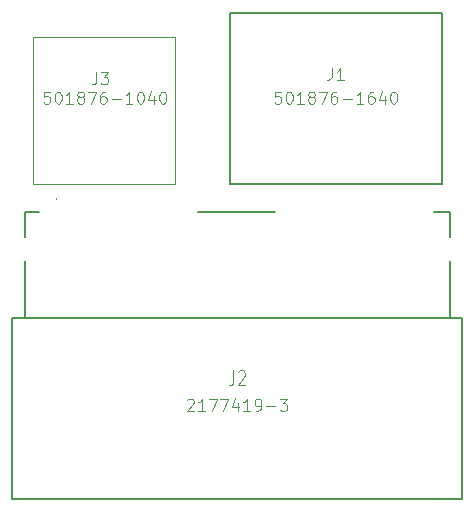
<source format=gto>
G04 #@! TF.GenerationSoftware,KiCad,Pcbnew,9.0.0*
G04 #@! TF.CreationDate,2025-08-24T13:43:37+02:00*
G04 #@! TF.ProjectId,Rivian-A,52697669-616e-42d4-912e-6b696361645f,rev?*
G04 #@! TF.SameCoordinates,Original*
G04 #@! TF.FileFunction,Legend,Top*
G04 #@! TF.FilePolarity,Positive*
%FSLAX46Y46*%
G04 Gerber Fmt 4.6, Leading zero omitted, Abs format (unit mm)*
G04 Created by KiCad (PCBNEW 9.0.0) date 2025-08-24 13:43:37*
%MOMM*%
%LPD*%
G01*
G04 APERTURE LIST*
%ADD10C,0.125000*%
%ADD11C,0.200000*%
%ADD12C,0.100000*%
%ADD13C,1.200000*%
%ADD14R,1.200000X1.350000*%
%ADD15C,1.250000*%
%ADD16R,1.478000X1.478000*%
%ADD17C,1.478000*%
%ADD18C,1.381000*%
%ADD19R,1.381000X1.381000*%
G04 APERTURE END LIST*
D10*
X145216666Y-71456119D02*
X145216666Y-72170404D01*
X145216666Y-72170404D02*
X145169047Y-72313261D01*
X145169047Y-72313261D02*
X145073809Y-72408500D01*
X145073809Y-72408500D02*
X144930952Y-72456119D01*
X144930952Y-72456119D02*
X144835714Y-72456119D01*
X146216666Y-72456119D02*
X145645238Y-72456119D01*
X145930952Y-72456119D02*
X145930952Y-71456119D01*
X145930952Y-71456119D02*
X145835714Y-71598976D01*
X145835714Y-71598976D02*
X145740476Y-71694214D01*
X145740476Y-71694214D02*
X145645238Y-71741833D01*
X140883333Y-73456119D02*
X140407143Y-73456119D01*
X140407143Y-73456119D02*
X140359524Y-73932309D01*
X140359524Y-73932309D02*
X140407143Y-73884690D01*
X140407143Y-73884690D02*
X140502381Y-73837071D01*
X140502381Y-73837071D02*
X140740476Y-73837071D01*
X140740476Y-73837071D02*
X140835714Y-73884690D01*
X140835714Y-73884690D02*
X140883333Y-73932309D01*
X140883333Y-73932309D02*
X140930952Y-74027547D01*
X140930952Y-74027547D02*
X140930952Y-74265642D01*
X140930952Y-74265642D02*
X140883333Y-74360880D01*
X140883333Y-74360880D02*
X140835714Y-74408500D01*
X140835714Y-74408500D02*
X140740476Y-74456119D01*
X140740476Y-74456119D02*
X140502381Y-74456119D01*
X140502381Y-74456119D02*
X140407143Y-74408500D01*
X140407143Y-74408500D02*
X140359524Y-74360880D01*
X141550000Y-73456119D02*
X141645238Y-73456119D01*
X141645238Y-73456119D02*
X141740476Y-73503738D01*
X141740476Y-73503738D02*
X141788095Y-73551357D01*
X141788095Y-73551357D02*
X141835714Y-73646595D01*
X141835714Y-73646595D02*
X141883333Y-73837071D01*
X141883333Y-73837071D02*
X141883333Y-74075166D01*
X141883333Y-74075166D02*
X141835714Y-74265642D01*
X141835714Y-74265642D02*
X141788095Y-74360880D01*
X141788095Y-74360880D02*
X141740476Y-74408500D01*
X141740476Y-74408500D02*
X141645238Y-74456119D01*
X141645238Y-74456119D02*
X141550000Y-74456119D01*
X141550000Y-74456119D02*
X141454762Y-74408500D01*
X141454762Y-74408500D02*
X141407143Y-74360880D01*
X141407143Y-74360880D02*
X141359524Y-74265642D01*
X141359524Y-74265642D02*
X141311905Y-74075166D01*
X141311905Y-74075166D02*
X141311905Y-73837071D01*
X141311905Y-73837071D02*
X141359524Y-73646595D01*
X141359524Y-73646595D02*
X141407143Y-73551357D01*
X141407143Y-73551357D02*
X141454762Y-73503738D01*
X141454762Y-73503738D02*
X141550000Y-73456119D01*
X142835714Y-74456119D02*
X142264286Y-74456119D01*
X142550000Y-74456119D02*
X142550000Y-73456119D01*
X142550000Y-73456119D02*
X142454762Y-73598976D01*
X142454762Y-73598976D02*
X142359524Y-73694214D01*
X142359524Y-73694214D02*
X142264286Y-73741833D01*
X143407143Y-73884690D02*
X143311905Y-73837071D01*
X143311905Y-73837071D02*
X143264286Y-73789452D01*
X143264286Y-73789452D02*
X143216667Y-73694214D01*
X143216667Y-73694214D02*
X143216667Y-73646595D01*
X143216667Y-73646595D02*
X143264286Y-73551357D01*
X143264286Y-73551357D02*
X143311905Y-73503738D01*
X143311905Y-73503738D02*
X143407143Y-73456119D01*
X143407143Y-73456119D02*
X143597619Y-73456119D01*
X143597619Y-73456119D02*
X143692857Y-73503738D01*
X143692857Y-73503738D02*
X143740476Y-73551357D01*
X143740476Y-73551357D02*
X143788095Y-73646595D01*
X143788095Y-73646595D02*
X143788095Y-73694214D01*
X143788095Y-73694214D02*
X143740476Y-73789452D01*
X143740476Y-73789452D02*
X143692857Y-73837071D01*
X143692857Y-73837071D02*
X143597619Y-73884690D01*
X143597619Y-73884690D02*
X143407143Y-73884690D01*
X143407143Y-73884690D02*
X143311905Y-73932309D01*
X143311905Y-73932309D02*
X143264286Y-73979928D01*
X143264286Y-73979928D02*
X143216667Y-74075166D01*
X143216667Y-74075166D02*
X143216667Y-74265642D01*
X143216667Y-74265642D02*
X143264286Y-74360880D01*
X143264286Y-74360880D02*
X143311905Y-74408500D01*
X143311905Y-74408500D02*
X143407143Y-74456119D01*
X143407143Y-74456119D02*
X143597619Y-74456119D01*
X143597619Y-74456119D02*
X143692857Y-74408500D01*
X143692857Y-74408500D02*
X143740476Y-74360880D01*
X143740476Y-74360880D02*
X143788095Y-74265642D01*
X143788095Y-74265642D02*
X143788095Y-74075166D01*
X143788095Y-74075166D02*
X143740476Y-73979928D01*
X143740476Y-73979928D02*
X143692857Y-73932309D01*
X143692857Y-73932309D02*
X143597619Y-73884690D01*
X144121429Y-73456119D02*
X144788095Y-73456119D01*
X144788095Y-73456119D02*
X144359524Y-74456119D01*
X145597619Y-73456119D02*
X145407143Y-73456119D01*
X145407143Y-73456119D02*
X145311905Y-73503738D01*
X145311905Y-73503738D02*
X145264286Y-73551357D01*
X145264286Y-73551357D02*
X145169048Y-73694214D01*
X145169048Y-73694214D02*
X145121429Y-73884690D01*
X145121429Y-73884690D02*
X145121429Y-74265642D01*
X145121429Y-74265642D02*
X145169048Y-74360880D01*
X145169048Y-74360880D02*
X145216667Y-74408500D01*
X145216667Y-74408500D02*
X145311905Y-74456119D01*
X145311905Y-74456119D02*
X145502381Y-74456119D01*
X145502381Y-74456119D02*
X145597619Y-74408500D01*
X145597619Y-74408500D02*
X145645238Y-74360880D01*
X145645238Y-74360880D02*
X145692857Y-74265642D01*
X145692857Y-74265642D02*
X145692857Y-74027547D01*
X145692857Y-74027547D02*
X145645238Y-73932309D01*
X145645238Y-73932309D02*
X145597619Y-73884690D01*
X145597619Y-73884690D02*
X145502381Y-73837071D01*
X145502381Y-73837071D02*
X145311905Y-73837071D01*
X145311905Y-73837071D02*
X145216667Y-73884690D01*
X145216667Y-73884690D02*
X145169048Y-73932309D01*
X145169048Y-73932309D02*
X145121429Y-74027547D01*
X146121429Y-74075166D02*
X146883334Y-74075166D01*
X147883333Y-74456119D02*
X147311905Y-74456119D01*
X147597619Y-74456119D02*
X147597619Y-73456119D01*
X147597619Y-73456119D02*
X147502381Y-73598976D01*
X147502381Y-73598976D02*
X147407143Y-73694214D01*
X147407143Y-73694214D02*
X147311905Y-73741833D01*
X148740476Y-73456119D02*
X148550000Y-73456119D01*
X148550000Y-73456119D02*
X148454762Y-73503738D01*
X148454762Y-73503738D02*
X148407143Y-73551357D01*
X148407143Y-73551357D02*
X148311905Y-73694214D01*
X148311905Y-73694214D02*
X148264286Y-73884690D01*
X148264286Y-73884690D02*
X148264286Y-74265642D01*
X148264286Y-74265642D02*
X148311905Y-74360880D01*
X148311905Y-74360880D02*
X148359524Y-74408500D01*
X148359524Y-74408500D02*
X148454762Y-74456119D01*
X148454762Y-74456119D02*
X148645238Y-74456119D01*
X148645238Y-74456119D02*
X148740476Y-74408500D01*
X148740476Y-74408500D02*
X148788095Y-74360880D01*
X148788095Y-74360880D02*
X148835714Y-74265642D01*
X148835714Y-74265642D02*
X148835714Y-74027547D01*
X148835714Y-74027547D02*
X148788095Y-73932309D01*
X148788095Y-73932309D02*
X148740476Y-73884690D01*
X148740476Y-73884690D02*
X148645238Y-73837071D01*
X148645238Y-73837071D02*
X148454762Y-73837071D01*
X148454762Y-73837071D02*
X148359524Y-73884690D01*
X148359524Y-73884690D02*
X148311905Y-73932309D01*
X148311905Y-73932309D02*
X148264286Y-74027547D01*
X149692857Y-73789452D02*
X149692857Y-74456119D01*
X149454762Y-73408500D02*
X149216667Y-74122785D01*
X149216667Y-74122785D02*
X149835714Y-74122785D01*
X150407143Y-73456119D02*
X150502381Y-73456119D01*
X150502381Y-73456119D02*
X150597619Y-73503738D01*
X150597619Y-73503738D02*
X150645238Y-73551357D01*
X150645238Y-73551357D02*
X150692857Y-73646595D01*
X150692857Y-73646595D02*
X150740476Y-73837071D01*
X150740476Y-73837071D02*
X150740476Y-74075166D01*
X150740476Y-74075166D02*
X150692857Y-74265642D01*
X150692857Y-74265642D02*
X150645238Y-74360880D01*
X150645238Y-74360880D02*
X150597619Y-74408500D01*
X150597619Y-74408500D02*
X150502381Y-74456119D01*
X150502381Y-74456119D02*
X150407143Y-74456119D01*
X150407143Y-74456119D02*
X150311905Y-74408500D01*
X150311905Y-74408500D02*
X150264286Y-74360880D01*
X150264286Y-74360880D02*
X150216667Y-74265642D01*
X150216667Y-74265642D02*
X150169048Y-74075166D01*
X150169048Y-74075166D02*
X150169048Y-73837071D01*
X150169048Y-73837071D02*
X150216667Y-73646595D01*
X150216667Y-73646595D02*
X150264286Y-73551357D01*
X150264286Y-73551357D02*
X150311905Y-73503738D01*
X150311905Y-73503738D02*
X150407143Y-73456119D01*
X136866666Y-97031026D02*
X136866666Y-97938169D01*
X136866666Y-97938169D02*
X136819047Y-98119597D01*
X136819047Y-98119597D02*
X136723809Y-98240550D01*
X136723809Y-98240550D02*
X136580952Y-98301026D01*
X136580952Y-98301026D02*
X136485714Y-98301026D01*
X137295238Y-97151978D02*
X137342857Y-97091502D01*
X137342857Y-97091502D02*
X137438095Y-97031026D01*
X137438095Y-97031026D02*
X137676190Y-97031026D01*
X137676190Y-97031026D02*
X137771428Y-97091502D01*
X137771428Y-97091502D02*
X137819047Y-97151978D01*
X137819047Y-97151978D02*
X137866666Y-97272930D01*
X137866666Y-97272930D02*
X137866666Y-97393883D01*
X137866666Y-97393883D02*
X137819047Y-97575311D01*
X137819047Y-97575311D02*
X137247619Y-98301026D01*
X137247619Y-98301026D02*
X137866666Y-98301026D01*
X132961905Y-99551357D02*
X133009524Y-99503738D01*
X133009524Y-99503738D02*
X133104762Y-99456119D01*
X133104762Y-99456119D02*
X133342857Y-99456119D01*
X133342857Y-99456119D02*
X133438095Y-99503738D01*
X133438095Y-99503738D02*
X133485714Y-99551357D01*
X133485714Y-99551357D02*
X133533333Y-99646595D01*
X133533333Y-99646595D02*
X133533333Y-99741833D01*
X133533333Y-99741833D02*
X133485714Y-99884690D01*
X133485714Y-99884690D02*
X132914286Y-100456119D01*
X132914286Y-100456119D02*
X133533333Y-100456119D01*
X134485714Y-100456119D02*
X133914286Y-100456119D01*
X134200000Y-100456119D02*
X134200000Y-99456119D01*
X134200000Y-99456119D02*
X134104762Y-99598976D01*
X134104762Y-99598976D02*
X134009524Y-99694214D01*
X134009524Y-99694214D02*
X133914286Y-99741833D01*
X134819048Y-99456119D02*
X135485714Y-99456119D01*
X135485714Y-99456119D02*
X135057143Y-100456119D01*
X135771429Y-99456119D02*
X136438095Y-99456119D01*
X136438095Y-99456119D02*
X136009524Y-100456119D01*
X137247619Y-99789452D02*
X137247619Y-100456119D01*
X137009524Y-99408500D02*
X136771429Y-100122785D01*
X136771429Y-100122785D02*
X137390476Y-100122785D01*
X138295238Y-100456119D02*
X137723810Y-100456119D01*
X138009524Y-100456119D02*
X138009524Y-99456119D01*
X138009524Y-99456119D02*
X137914286Y-99598976D01*
X137914286Y-99598976D02*
X137819048Y-99694214D01*
X137819048Y-99694214D02*
X137723810Y-99741833D01*
X138771429Y-100456119D02*
X138961905Y-100456119D01*
X138961905Y-100456119D02*
X139057143Y-100408500D01*
X139057143Y-100408500D02*
X139104762Y-100360880D01*
X139104762Y-100360880D02*
X139200000Y-100218023D01*
X139200000Y-100218023D02*
X139247619Y-100027547D01*
X139247619Y-100027547D02*
X139247619Y-99646595D01*
X139247619Y-99646595D02*
X139200000Y-99551357D01*
X139200000Y-99551357D02*
X139152381Y-99503738D01*
X139152381Y-99503738D02*
X139057143Y-99456119D01*
X139057143Y-99456119D02*
X138866667Y-99456119D01*
X138866667Y-99456119D02*
X138771429Y-99503738D01*
X138771429Y-99503738D02*
X138723810Y-99551357D01*
X138723810Y-99551357D02*
X138676191Y-99646595D01*
X138676191Y-99646595D02*
X138676191Y-99884690D01*
X138676191Y-99884690D02*
X138723810Y-99979928D01*
X138723810Y-99979928D02*
X138771429Y-100027547D01*
X138771429Y-100027547D02*
X138866667Y-100075166D01*
X138866667Y-100075166D02*
X139057143Y-100075166D01*
X139057143Y-100075166D02*
X139152381Y-100027547D01*
X139152381Y-100027547D02*
X139200000Y-99979928D01*
X139200000Y-99979928D02*
X139247619Y-99884690D01*
X139676191Y-100075166D02*
X140438096Y-100075166D01*
X140819048Y-99456119D02*
X141438095Y-99456119D01*
X141438095Y-99456119D02*
X141104762Y-99837071D01*
X141104762Y-99837071D02*
X141247619Y-99837071D01*
X141247619Y-99837071D02*
X141342857Y-99884690D01*
X141342857Y-99884690D02*
X141390476Y-99932309D01*
X141390476Y-99932309D02*
X141438095Y-100027547D01*
X141438095Y-100027547D02*
X141438095Y-100265642D01*
X141438095Y-100265642D02*
X141390476Y-100360880D01*
X141390476Y-100360880D02*
X141342857Y-100408500D01*
X141342857Y-100408500D02*
X141247619Y-100456119D01*
X141247619Y-100456119D02*
X140961905Y-100456119D01*
X140961905Y-100456119D02*
X140866667Y-100408500D01*
X140866667Y-100408500D02*
X140819048Y-100360880D01*
X125266666Y-71802119D02*
X125266666Y-72516404D01*
X125266666Y-72516404D02*
X125219047Y-72659261D01*
X125219047Y-72659261D02*
X125123809Y-72754500D01*
X125123809Y-72754500D02*
X124980952Y-72802119D01*
X124980952Y-72802119D02*
X124885714Y-72802119D01*
X125647619Y-71802119D02*
X126266666Y-71802119D01*
X126266666Y-71802119D02*
X125933333Y-72183071D01*
X125933333Y-72183071D02*
X126076190Y-72183071D01*
X126076190Y-72183071D02*
X126171428Y-72230690D01*
X126171428Y-72230690D02*
X126219047Y-72278309D01*
X126219047Y-72278309D02*
X126266666Y-72373547D01*
X126266666Y-72373547D02*
X126266666Y-72611642D01*
X126266666Y-72611642D02*
X126219047Y-72706880D01*
X126219047Y-72706880D02*
X126171428Y-72754500D01*
X126171428Y-72754500D02*
X126076190Y-72802119D01*
X126076190Y-72802119D02*
X125790476Y-72802119D01*
X125790476Y-72802119D02*
X125695238Y-72754500D01*
X125695238Y-72754500D02*
X125647619Y-72706880D01*
X121333333Y-73456119D02*
X120857143Y-73456119D01*
X120857143Y-73456119D02*
X120809524Y-73932309D01*
X120809524Y-73932309D02*
X120857143Y-73884690D01*
X120857143Y-73884690D02*
X120952381Y-73837071D01*
X120952381Y-73837071D02*
X121190476Y-73837071D01*
X121190476Y-73837071D02*
X121285714Y-73884690D01*
X121285714Y-73884690D02*
X121333333Y-73932309D01*
X121333333Y-73932309D02*
X121380952Y-74027547D01*
X121380952Y-74027547D02*
X121380952Y-74265642D01*
X121380952Y-74265642D02*
X121333333Y-74360880D01*
X121333333Y-74360880D02*
X121285714Y-74408500D01*
X121285714Y-74408500D02*
X121190476Y-74456119D01*
X121190476Y-74456119D02*
X120952381Y-74456119D01*
X120952381Y-74456119D02*
X120857143Y-74408500D01*
X120857143Y-74408500D02*
X120809524Y-74360880D01*
X122000000Y-73456119D02*
X122095238Y-73456119D01*
X122095238Y-73456119D02*
X122190476Y-73503738D01*
X122190476Y-73503738D02*
X122238095Y-73551357D01*
X122238095Y-73551357D02*
X122285714Y-73646595D01*
X122285714Y-73646595D02*
X122333333Y-73837071D01*
X122333333Y-73837071D02*
X122333333Y-74075166D01*
X122333333Y-74075166D02*
X122285714Y-74265642D01*
X122285714Y-74265642D02*
X122238095Y-74360880D01*
X122238095Y-74360880D02*
X122190476Y-74408500D01*
X122190476Y-74408500D02*
X122095238Y-74456119D01*
X122095238Y-74456119D02*
X122000000Y-74456119D01*
X122000000Y-74456119D02*
X121904762Y-74408500D01*
X121904762Y-74408500D02*
X121857143Y-74360880D01*
X121857143Y-74360880D02*
X121809524Y-74265642D01*
X121809524Y-74265642D02*
X121761905Y-74075166D01*
X121761905Y-74075166D02*
X121761905Y-73837071D01*
X121761905Y-73837071D02*
X121809524Y-73646595D01*
X121809524Y-73646595D02*
X121857143Y-73551357D01*
X121857143Y-73551357D02*
X121904762Y-73503738D01*
X121904762Y-73503738D02*
X122000000Y-73456119D01*
X123285714Y-74456119D02*
X122714286Y-74456119D01*
X123000000Y-74456119D02*
X123000000Y-73456119D01*
X123000000Y-73456119D02*
X122904762Y-73598976D01*
X122904762Y-73598976D02*
X122809524Y-73694214D01*
X122809524Y-73694214D02*
X122714286Y-73741833D01*
X123857143Y-73884690D02*
X123761905Y-73837071D01*
X123761905Y-73837071D02*
X123714286Y-73789452D01*
X123714286Y-73789452D02*
X123666667Y-73694214D01*
X123666667Y-73694214D02*
X123666667Y-73646595D01*
X123666667Y-73646595D02*
X123714286Y-73551357D01*
X123714286Y-73551357D02*
X123761905Y-73503738D01*
X123761905Y-73503738D02*
X123857143Y-73456119D01*
X123857143Y-73456119D02*
X124047619Y-73456119D01*
X124047619Y-73456119D02*
X124142857Y-73503738D01*
X124142857Y-73503738D02*
X124190476Y-73551357D01*
X124190476Y-73551357D02*
X124238095Y-73646595D01*
X124238095Y-73646595D02*
X124238095Y-73694214D01*
X124238095Y-73694214D02*
X124190476Y-73789452D01*
X124190476Y-73789452D02*
X124142857Y-73837071D01*
X124142857Y-73837071D02*
X124047619Y-73884690D01*
X124047619Y-73884690D02*
X123857143Y-73884690D01*
X123857143Y-73884690D02*
X123761905Y-73932309D01*
X123761905Y-73932309D02*
X123714286Y-73979928D01*
X123714286Y-73979928D02*
X123666667Y-74075166D01*
X123666667Y-74075166D02*
X123666667Y-74265642D01*
X123666667Y-74265642D02*
X123714286Y-74360880D01*
X123714286Y-74360880D02*
X123761905Y-74408500D01*
X123761905Y-74408500D02*
X123857143Y-74456119D01*
X123857143Y-74456119D02*
X124047619Y-74456119D01*
X124047619Y-74456119D02*
X124142857Y-74408500D01*
X124142857Y-74408500D02*
X124190476Y-74360880D01*
X124190476Y-74360880D02*
X124238095Y-74265642D01*
X124238095Y-74265642D02*
X124238095Y-74075166D01*
X124238095Y-74075166D02*
X124190476Y-73979928D01*
X124190476Y-73979928D02*
X124142857Y-73932309D01*
X124142857Y-73932309D02*
X124047619Y-73884690D01*
X124571429Y-73456119D02*
X125238095Y-73456119D01*
X125238095Y-73456119D02*
X124809524Y-74456119D01*
X126047619Y-73456119D02*
X125857143Y-73456119D01*
X125857143Y-73456119D02*
X125761905Y-73503738D01*
X125761905Y-73503738D02*
X125714286Y-73551357D01*
X125714286Y-73551357D02*
X125619048Y-73694214D01*
X125619048Y-73694214D02*
X125571429Y-73884690D01*
X125571429Y-73884690D02*
X125571429Y-74265642D01*
X125571429Y-74265642D02*
X125619048Y-74360880D01*
X125619048Y-74360880D02*
X125666667Y-74408500D01*
X125666667Y-74408500D02*
X125761905Y-74456119D01*
X125761905Y-74456119D02*
X125952381Y-74456119D01*
X125952381Y-74456119D02*
X126047619Y-74408500D01*
X126047619Y-74408500D02*
X126095238Y-74360880D01*
X126095238Y-74360880D02*
X126142857Y-74265642D01*
X126142857Y-74265642D02*
X126142857Y-74027547D01*
X126142857Y-74027547D02*
X126095238Y-73932309D01*
X126095238Y-73932309D02*
X126047619Y-73884690D01*
X126047619Y-73884690D02*
X125952381Y-73837071D01*
X125952381Y-73837071D02*
X125761905Y-73837071D01*
X125761905Y-73837071D02*
X125666667Y-73884690D01*
X125666667Y-73884690D02*
X125619048Y-73932309D01*
X125619048Y-73932309D02*
X125571429Y-74027547D01*
X126571429Y-74075166D02*
X127333334Y-74075166D01*
X128333333Y-74456119D02*
X127761905Y-74456119D01*
X128047619Y-74456119D02*
X128047619Y-73456119D01*
X128047619Y-73456119D02*
X127952381Y-73598976D01*
X127952381Y-73598976D02*
X127857143Y-73694214D01*
X127857143Y-73694214D02*
X127761905Y-73741833D01*
X128952381Y-73456119D02*
X129047619Y-73456119D01*
X129047619Y-73456119D02*
X129142857Y-73503738D01*
X129142857Y-73503738D02*
X129190476Y-73551357D01*
X129190476Y-73551357D02*
X129238095Y-73646595D01*
X129238095Y-73646595D02*
X129285714Y-73837071D01*
X129285714Y-73837071D02*
X129285714Y-74075166D01*
X129285714Y-74075166D02*
X129238095Y-74265642D01*
X129238095Y-74265642D02*
X129190476Y-74360880D01*
X129190476Y-74360880D02*
X129142857Y-74408500D01*
X129142857Y-74408500D02*
X129047619Y-74456119D01*
X129047619Y-74456119D02*
X128952381Y-74456119D01*
X128952381Y-74456119D02*
X128857143Y-74408500D01*
X128857143Y-74408500D02*
X128809524Y-74360880D01*
X128809524Y-74360880D02*
X128761905Y-74265642D01*
X128761905Y-74265642D02*
X128714286Y-74075166D01*
X128714286Y-74075166D02*
X128714286Y-73837071D01*
X128714286Y-73837071D02*
X128761905Y-73646595D01*
X128761905Y-73646595D02*
X128809524Y-73551357D01*
X128809524Y-73551357D02*
X128857143Y-73503738D01*
X128857143Y-73503738D02*
X128952381Y-73456119D01*
X130142857Y-73789452D02*
X130142857Y-74456119D01*
X129904762Y-73408500D02*
X129666667Y-74122785D01*
X129666667Y-74122785D02*
X130285714Y-74122785D01*
X130857143Y-73456119D02*
X130952381Y-73456119D01*
X130952381Y-73456119D02*
X131047619Y-73503738D01*
X131047619Y-73503738D02*
X131095238Y-73551357D01*
X131095238Y-73551357D02*
X131142857Y-73646595D01*
X131142857Y-73646595D02*
X131190476Y-73837071D01*
X131190476Y-73837071D02*
X131190476Y-74075166D01*
X131190476Y-74075166D02*
X131142857Y-74265642D01*
X131142857Y-74265642D02*
X131095238Y-74360880D01*
X131095238Y-74360880D02*
X131047619Y-74408500D01*
X131047619Y-74408500D02*
X130952381Y-74456119D01*
X130952381Y-74456119D02*
X130857143Y-74456119D01*
X130857143Y-74456119D02*
X130761905Y-74408500D01*
X130761905Y-74408500D02*
X130714286Y-74360880D01*
X130714286Y-74360880D02*
X130666667Y-74265642D01*
X130666667Y-74265642D02*
X130619048Y-74075166D01*
X130619048Y-74075166D02*
X130619048Y-73837071D01*
X130619048Y-73837071D02*
X130666667Y-73646595D01*
X130666667Y-73646595D02*
X130714286Y-73551357D01*
X130714286Y-73551357D02*
X130761905Y-73503738D01*
X130761905Y-73503738D02*
X130857143Y-73456119D01*
D11*
X154550000Y-81300000D02*
X136554064Y-81301996D01*
X154550000Y-66800000D02*
X154550000Y-81300000D01*
X136550000Y-81302000D02*
X136550000Y-66800000D01*
X136550000Y-66800000D02*
X154550000Y-66800000D01*
X118175000Y-92650000D02*
X119200000Y-92650000D01*
X118175000Y-107900000D02*
X118175000Y-92650000D01*
X119200000Y-83650000D02*
X119200000Y-85750000D01*
X119200000Y-92650000D02*
X119200000Y-87750000D01*
X120400000Y-83650000D02*
X119200000Y-83650000D01*
D12*
X121900000Y-82450000D02*
X121900000Y-82450000D01*
X121900000Y-82550000D02*
X121900000Y-82550000D01*
D11*
X140400000Y-83650000D02*
X133900000Y-83650000D01*
X153900000Y-83650000D02*
X155200000Y-83650000D01*
X155200000Y-83650000D02*
X155200000Y-85750000D01*
X155200000Y-87750000D02*
X155200000Y-92650000D01*
X155200000Y-92650000D02*
X119200000Y-92650000D01*
X155200000Y-92650000D02*
X156225000Y-92650000D01*
X156225000Y-92650000D02*
X156225000Y-107900000D01*
X156225000Y-107900000D02*
X118175000Y-107900000D01*
D12*
X121900000Y-82450000D02*
G75*
G02*
X121900000Y-82550000I0J-50000D01*
G01*
X121900000Y-82550000D02*
G75*
G02*
X121900000Y-82450000I0J50000D01*
G01*
X131950000Y-81250000D02*
X119950000Y-81250000D01*
X131950000Y-68850000D02*
X131950000Y-81250000D01*
X119950000Y-81250000D02*
X119950000Y-68850000D01*
X119950000Y-68850000D02*
X131950000Y-68850000D01*
%LPC*%
D13*
X152550000Y-80000000D03*
X152550000Y-78000000D03*
X150550000Y-80000000D03*
X150550000Y-78000000D03*
X148550000Y-80000000D03*
X148550000Y-78000000D03*
X146550000Y-80000000D03*
X146550000Y-78000000D03*
X144550000Y-80000000D03*
X144550000Y-78000000D03*
X142550000Y-80000000D03*
X142550000Y-78000000D03*
X140550000Y-80000000D03*
X140550000Y-78000000D03*
X138550000Y-80000000D03*
D14*
X138550000Y-78000000D03*
D15*
X154325000Y-86800000D03*
X120075000Y-86800000D03*
D16*
X121900000Y-83750000D03*
D17*
X123700000Y-83750000D03*
X125500000Y-83750000D03*
X127300000Y-83750000D03*
X129100000Y-83750000D03*
X130900000Y-83750000D03*
X132700000Y-83750000D03*
X141700000Y-83750000D03*
X143500000Y-83750000D03*
X145300000Y-83750000D03*
X147100000Y-83750000D03*
X148900000Y-83750000D03*
X150700000Y-83750000D03*
X152500000Y-83750000D03*
X152500000Y-86250000D03*
X150700000Y-86250000D03*
X148900000Y-86250000D03*
X147100000Y-86250000D03*
X145300000Y-86250000D03*
X143500000Y-86250000D03*
X141700000Y-86250000D03*
X139900000Y-86250000D03*
X138100000Y-86250000D03*
X136300000Y-86250000D03*
X134500000Y-86250000D03*
X132700000Y-86250000D03*
X130900000Y-86250000D03*
X129100000Y-86250000D03*
X127300000Y-86250000D03*
X125500000Y-86250000D03*
X123700000Y-86250000D03*
X121900000Y-86250000D03*
D18*
X129950000Y-79950000D03*
X129950000Y-77950000D03*
X127950000Y-79950000D03*
X127950000Y-77950000D03*
X125950000Y-79950000D03*
X125950000Y-77950000D03*
X123950000Y-79950000D03*
X123950000Y-77950000D03*
X121950000Y-79950000D03*
D19*
X121950000Y-77950000D03*
%LPD*%
M02*

</source>
